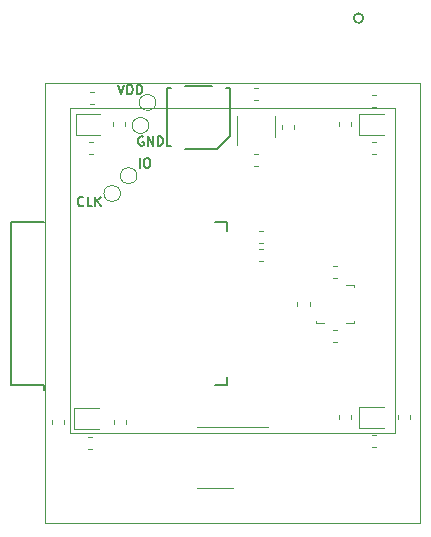
<source format=gto>
G04 #@! TF.GenerationSoftware,KiCad,Pcbnew,(6.0.0-rc1-dev-332-g00d912f0b)*
G04 #@! TF.CreationDate,2018-09-23T23:35:21+02:00*
G04 #@! TF.ProjectId,xilwatch2,78696C7761746368322E6B696361645F,rev?*
G04 #@! TF.SameCoordinates,Original*
G04 #@! TF.FileFunction,Legend,Top*
G04 #@! TF.FilePolarity,Positive*
%FSLAX46Y46*%
G04 Gerber Fmt 4.6, Leading zero omitted, Abs format (unit mm)*
G04 Created by KiCad (PCBNEW (6.0.0-rc1-dev-332-g00d912f0b)) date 09/23/18 23:35:21*
%MOMM*%
%LPD*%
G01*
G04 APERTURE LIST*
%ADD10C,0.150000*%
%ADD11C,0.120000*%
G04 APERTURE END LIST*
D10*
X151373809Y-80435714D02*
X151335714Y-80473809D01*
X151221428Y-80511904D01*
X151145238Y-80511904D01*
X151030952Y-80473809D01*
X150954761Y-80397619D01*
X150916666Y-80321428D01*
X150878571Y-80169047D01*
X150878571Y-80054761D01*
X150916666Y-79902380D01*
X150954761Y-79826190D01*
X151030952Y-79750000D01*
X151145238Y-79711904D01*
X151221428Y-79711904D01*
X151335714Y-79750000D01*
X151373809Y-79788095D01*
X152097619Y-80511904D02*
X151716666Y-80511904D01*
X151716666Y-79711904D01*
X152364285Y-80511904D02*
X152364285Y-79711904D01*
X152821428Y-80511904D02*
X152478571Y-80054761D01*
X152821428Y-79711904D02*
X152364285Y-80169047D01*
X156130952Y-77261904D02*
X156130952Y-76461904D01*
X156664285Y-76461904D02*
X156816666Y-76461904D01*
X156892857Y-76500000D01*
X156969047Y-76576190D01*
X157007142Y-76728571D01*
X157007142Y-76995238D01*
X156969047Y-77147619D01*
X156892857Y-77223809D01*
X156816666Y-77261904D01*
X156664285Y-77261904D01*
X156588095Y-77223809D01*
X156511904Y-77147619D01*
X156473809Y-76995238D01*
X156473809Y-76728571D01*
X156511904Y-76576190D01*
X156588095Y-76500000D01*
X156664285Y-76461904D01*
X156440476Y-74650000D02*
X156364285Y-74611904D01*
X156250000Y-74611904D01*
X156135714Y-74650000D01*
X156059523Y-74726190D01*
X156021428Y-74802380D01*
X155983333Y-74954761D01*
X155983333Y-75069047D01*
X156021428Y-75221428D01*
X156059523Y-75297619D01*
X156135714Y-75373809D01*
X156250000Y-75411904D01*
X156326190Y-75411904D01*
X156440476Y-75373809D01*
X156478571Y-75335714D01*
X156478571Y-75069047D01*
X156326190Y-75069047D01*
X156821428Y-75411904D02*
X156821428Y-74611904D01*
X157278571Y-75411904D01*
X157278571Y-74611904D01*
X157659523Y-75411904D02*
X157659523Y-74611904D01*
X157850000Y-74611904D01*
X157964285Y-74650000D01*
X158040476Y-74726190D01*
X158078571Y-74802380D01*
X158116666Y-74954761D01*
X158116666Y-75069047D01*
X158078571Y-75221428D01*
X158040476Y-75297619D01*
X157964285Y-75373809D01*
X157850000Y-75411904D01*
X157659523Y-75411904D01*
X154283333Y-70261904D02*
X154550000Y-71061904D01*
X154816666Y-70261904D01*
X155083333Y-71061904D02*
X155083333Y-70261904D01*
X155273809Y-70261904D01*
X155388095Y-70300000D01*
X155464285Y-70376190D01*
X155502380Y-70452380D01*
X155540476Y-70604761D01*
X155540476Y-70719047D01*
X155502380Y-70871428D01*
X155464285Y-70947619D01*
X155388095Y-71023809D01*
X155273809Y-71061904D01*
X155083333Y-71061904D01*
X155883333Y-71061904D02*
X155883333Y-70261904D01*
X156073809Y-70261904D01*
X156188095Y-70300000D01*
X156264285Y-70376190D01*
X156302380Y-70452380D01*
X156340476Y-70604761D01*
X156340476Y-70719047D01*
X156302380Y-70871428D01*
X156264285Y-70947619D01*
X156188095Y-71023809D01*
X156073809Y-71061904D01*
X155883333Y-71061904D01*
D11*
X150250000Y-72225000D02*
X150250000Y-99750000D01*
X177750000Y-72225000D02*
X177750000Y-99750000D01*
X177750000Y-72225000D02*
X150250000Y-72225000D01*
X177750000Y-99750000D02*
X150250000Y-99750000D01*
X148100000Y-70075000D02*
X148100000Y-107395000D01*
X179900000Y-70075000D02*
X148100000Y-70075000D01*
X179900000Y-107395000D02*
X179900000Y-70075000D01*
X148100000Y-107395000D02*
X179900000Y-107395000D01*
D10*
G04 #@! TO.C,X1*
X175060000Y-64610000D02*
G75*
G03X175060000Y-64610000I-400000J0D01*
G01*
D11*
G04 #@! TO.C,R2*
X166562779Y-84152500D02*
X166237221Y-84152500D01*
X166562779Y-85172500D02*
X166237221Y-85172500D01*
G04 #@! TO.C,R1*
X166562779Y-82627500D02*
X166237221Y-82627500D01*
X166562779Y-83647500D02*
X166237221Y-83647500D01*
D10*
G04 #@! TO.C,U2*
X162550000Y-95700000D02*
X163550000Y-95700000D01*
X163550000Y-95700000D02*
X163550000Y-94950000D01*
X163550000Y-82650000D02*
X163550000Y-81900000D01*
X162550000Y-81900000D02*
X163550000Y-81900000D01*
X148050000Y-95700000D02*
X148050000Y-96100000D01*
X145250000Y-81900000D02*
X148050000Y-81900000D01*
X145250000Y-95700000D02*
X145250000Y-81900000D01*
X148050000Y-95700000D02*
X145250000Y-95700000D01*
D11*
G04 #@! TO.C,R7*
X172862779Y-92010000D02*
X172537221Y-92010000D01*
X172862779Y-90990000D02*
X172537221Y-90990000D01*
G04 #@! TO.C,R6*
X169490000Y-88637221D02*
X169490000Y-88962779D01*
X170510000Y-88637221D02*
X170510000Y-88962779D01*
G04 #@! TO.C,R9*
X152262779Y-71910000D02*
X151937221Y-71910000D01*
X152262779Y-70890000D02*
X151937221Y-70890000D01*
G04 #@! TO.C,R8*
X152162779Y-75090000D02*
X151837221Y-75090000D01*
X152162779Y-76110000D02*
X151837221Y-76110000D01*
G04 #@! TO.C,R11*
X175837221Y-75090000D02*
X176162779Y-75090000D01*
X175837221Y-76110000D02*
X176162779Y-76110000D01*
G04 #@! TO.C,R5*
X168190000Y-73637221D02*
X168190000Y-73962779D01*
X169210000Y-73637221D02*
X169210000Y-73962779D01*
G04 #@! TO.C,R12*
X172990000Y-73762779D02*
X172990000Y-73437221D01*
X174010000Y-73762779D02*
X174010000Y-73437221D01*
G04 #@! TO.C,R13*
X175837221Y-72110000D02*
X176162779Y-72110000D01*
X175837221Y-71090000D02*
X176162779Y-71090000D01*
G04 #@! TO.C,R18*
X172990000Y-98562779D02*
X172990000Y-98237221D01*
X174010000Y-98562779D02*
X174010000Y-98237221D01*
G04 #@! TO.C,R19*
X179010000Y-98562779D02*
X179010000Y-98237221D01*
X177990000Y-98562779D02*
X177990000Y-98237221D01*
G04 #@! TO.C,R10*
X153890000Y-73762779D02*
X153890000Y-73437221D01*
X154910000Y-73762779D02*
X154910000Y-73437221D01*
G04 #@! TO.C,R16*
X153990000Y-98637221D02*
X153990000Y-98962779D01*
X155010000Y-98637221D02*
X155010000Y-98962779D01*
G04 #@! TO.C,R15*
X149710000Y-98637221D02*
X149710000Y-98962779D01*
X148690000Y-98637221D02*
X148690000Y-98962779D01*
G04 #@! TO.C,R14*
X152062779Y-100090000D02*
X151737221Y-100090000D01*
X152062779Y-101110000D02*
X151737221Y-101110000D01*
G04 #@! TO.C,R17*
X175837221Y-99890000D02*
X176162779Y-99890000D01*
X175837221Y-100910000D02*
X176162779Y-100910000D01*
G04 #@! TO.C,U4*
X167610000Y-74700000D02*
X167610000Y-72900000D01*
X164390000Y-72900000D02*
X164390000Y-75350000D01*
G04 #@! TO.C,U5*
X171090000Y-90410000D02*
X171090000Y-90235000D01*
X171765000Y-90410000D02*
X171090000Y-90410000D01*
X174310000Y-90410000D02*
X174310000Y-90235000D01*
X173635000Y-90410000D02*
X174310000Y-90410000D01*
X174310000Y-87190000D02*
X174310000Y-87365000D01*
X173635000Y-87190000D02*
X174310000Y-87190000D01*
G04 #@! TO.C,D7*
X174700000Y-72700000D02*
X176800000Y-72700000D01*
X174700000Y-72700000D02*
X174700000Y-74500000D01*
X174700000Y-74500000D02*
X176800000Y-74500000D01*
G04 #@! TO.C,D8*
X150600000Y-99400000D02*
X152700000Y-99400000D01*
X150600000Y-97600000D02*
X150600000Y-99400000D01*
X150600000Y-97600000D02*
X152700000Y-97600000D01*
G04 #@! TO.C,D9*
X174700000Y-97500000D02*
X176800000Y-97500000D01*
X174700000Y-97500000D02*
X174700000Y-99300000D01*
X174700000Y-99300000D02*
X176800000Y-99300000D01*
G04 #@! TO.C,D6*
X150700000Y-74500000D02*
X152800000Y-74500000D01*
X150700000Y-72700000D02*
X150700000Y-74500000D01*
X150700000Y-72700000D02*
X152800000Y-72700000D01*
G04 #@! TO.C,C4*
X166162779Y-70490000D02*
X165837221Y-70490000D01*
X166162779Y-71510000D02*
X165837221Y-71510000D01*
G04 #@! TO.C,C5*
X165837221Y-76090000D02*
X166162779Y-76090000D01*
X165837221Y-77110000D02*
X166162779Y-77110000D01*
G04 #@! TO.C,C6*
X172862779Y-85590000D02*
X172537221Y-85590000D01*
X172862779Y-86610000D02*
X172537221Y-86610000D01*
G04 #@! TO.C,U3*
X167000000Y-99190000D02*
X161000000Y-99190000D01*
X164000000Y-104410000D02*
X161000000Y-104410000D01*
D10*
G04 #@! TO.C,LS1*
X162250000Y-70350000D02*
X160000000Y-70350000D01*
X163750000Y-74550000D02*
X162650000Y-75650000D01*
X158450000Y-75450000D02*
X158750000Y-75450000D01*
X158450000Y-70550000D02*
X158450000Y-75450000D01*
X158750000Y-70550000D02*
X158450000Y-70550000D01*
X163750000Y-70550000D02*
X163450000Y-70550000D01*
X163750000Y-74550000D02*
X163750000Y-70550000D01*
X162650000Y-75650000D02*
X160000000Y-75650000D01*
D11*
G04 #@! TO.C,TP2*
X157500000Y-71750000D02*
G75*
G03X157500000Y-71750000I-700000J0D01*
G01*
G04 #@! TO.C,TP1*
X156900000Y-73700000D02*
G75*
G03X156900000Y-73700000I-700000J0D01*
G01*
G04 #@! TO.C,TP4*
X155900000Y-77950000D02*
G75*
G03X155900000Y-77950000I-700000J0D01*
G01*
G04 #@! TO.C,TP3*
X154500000Y-79450000D02*
G75*
G03X154500000Y-79450000I-700000J0D01*
G01*
G04 #@! TD*
M02*

</source>
